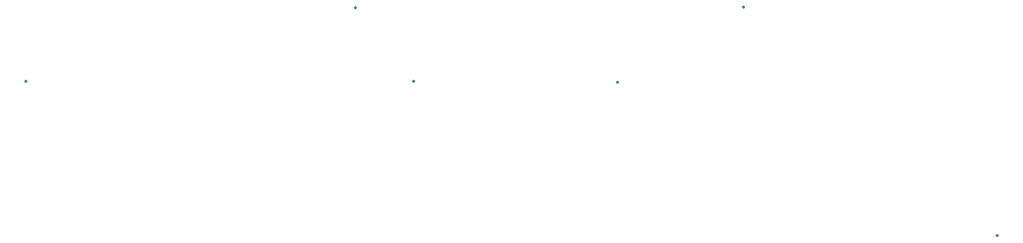
<source format=gbr>
%TF.GenerationSoftware,KiCad,Pcbnew,9.0.2*%
%TF.CreationDate,2025-06-27T15:40:28+02:00*%
%TF.ProjectId,flex_mems,666c6578-5f6d-4656-9d73-2e6b69636164,rev?*%
%TF.SameCoordinates,Original*%
%TF.FileFunction,Soldermask,Bot*%
%TF.FilePolarity,Negative*%
%FSLAX46Y46*%
G04 Gerber Fmt 4.6, Leading zero omitted, Abs format (unit mm)*
G04 Created by KiCad (PCBNEW 9.0.2) date 2025-06-27 15:40:28*
%MOMM*%
%LPD*%
G01*
G04 APERTURE LIST*
%ADD10C,0.800000*%
G04 APERTURE END LIST*
D10*
%TO.C,MK5*%
X175300000Y-127500000D03*
%TD*%
%TO.C,MK3*%
X244000000Y-147000000D03*
%TD*%
%TO.C,MK2*%
X190600000Y-146807000D03*
%TD*%
%TO.C,MK6*%
X277000000Y-127310000D03*
%TD*%
%TO.C,MK1*%
X88990000Y-146807000D03*
%TD*%
%TO.C,MK4*%
X343500000Y-187275000D03*
%TD*%
M02*

</source>
